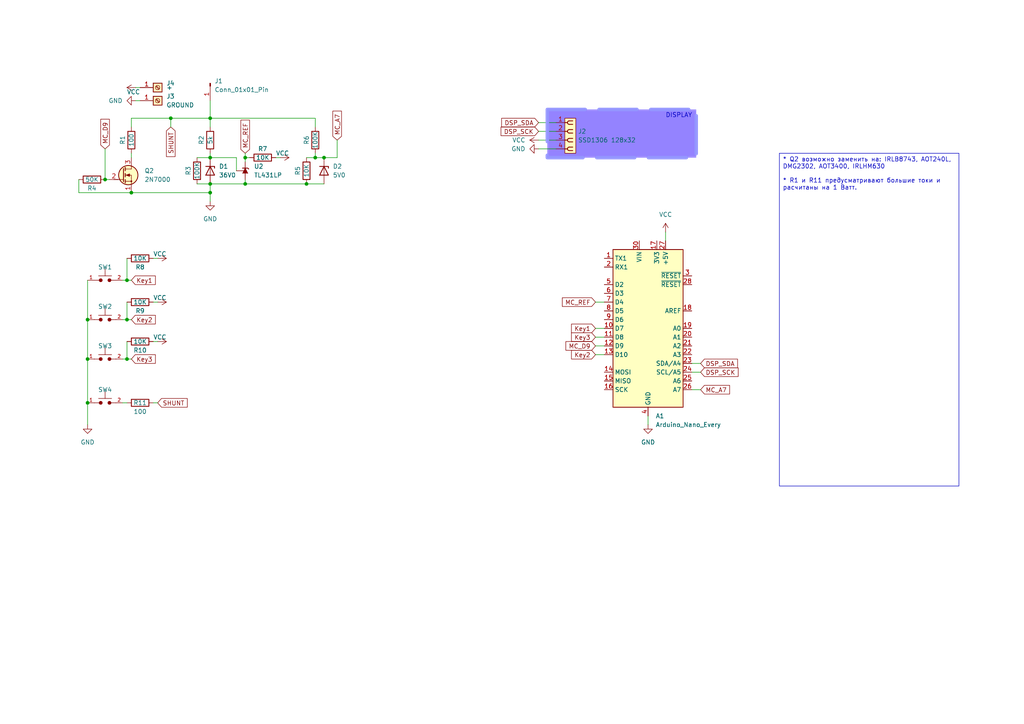
<source format=kicad_sch>
(kicad_sch (version 20230121) (generator eeschema)
  (paper "A4")
  (title_block (title "Car control tool") (company "@svdpfaf"))
  (lib_symbols
    (symbol "Connector:Conn_01x01_Pin" (pin_names (offset 1.016) hide)
      (property "Reference" "J" (at 0 2.54 0))
      (property "Value" "Conn_01x01_Pin" (at 0 -2.54 0))
      (symbol "Conn_01x01_Pin_1_1"
        (polyline (pts (xy 1.27 0) (xy 0.8636 0)) (stroke (width 0.1524)))
        (rectangle (start 0.8636 0.127) (end 0 -0.127) (stroke (width 0.1524)) (fill (type outline)))
        (pin passive line (at 5.08 0 180) (length 3.81) (name "Pin_1") (number "1"))
      )
    )
    (symbol "Connector:Screw_Terminal_01x01" (pin_names (offset 1.016) hide)
      (property "Reference" "J" (at 0 2.54 0))
      (property "Value" "Screw_Terminal_01x01" (at 0 -2.54 0))
      (symbol "Screw_Terminal_01x01_1_1"
        (rectangle (start -1.27 1.27) (end 1.27 -1.27) (stroke (width 0.254)) (fill (type background)))
        (polyline (pts (xy -0.5334 0.3302) (xy 0.3302 -0.508)) (stroke (width 0.1524)))
        (polyline (pts (xy -0.3556 0.508) (xy 0.508 -0.3302)) (stroke (width 0.1524)))
        (circle (center 0 0) (radius 0.635) (stroke (width 0.1524)))
        (pin passive line (at -5.08 0 0) (length 3.81) (name "Pin_1") (number "1"))
      )
    )
    (symbol "Device:D_Zener" (pin_numbers hide) (pin_names (offset 1.016) hide)
      (property "Reference" "D" (at 0 2.54 0))
      (property "Value" "D_Zener" (at 0 -2.54 0))
      (symbol "D_Zener_0_1"
        (polyline (pts (xy 1.27 0) (xy -1.27 0)))
        (polyline (pts (xy -1.27 -1.27) (xy -1.27 1.27) (xy -0.762 1.27)) (stroke (width 0.254)))
        (polyline (pts (xy 1.27 -1.27) (xy 1.27 1.27) (xy -1.27 0) (xy 1.27 -1.27)) (stroke (width 0.254)))
      )
      (symbol "D_Zener_1_1"
        (pin passive line (at -3.81 0 0) (length 2.54) (name "K") (number "1"))
        (pin passive line (at 3.81 0 180) (length 2.54) (name "A") (number "2"))
      )
    )
    (symbol "Device:R" (pin_numbers hide) (pin_names (offset 0))
      (property "Reference" "R" (at 2.032 0 90))
      (property "Value" "R" (at 0 0 90))
      (symbol "R_0_1"
        (rectangle (start -1.016 -2.54) (end 1.016 2.54) (stroke (width 0.254)))
      )
      (symbol "R_1_1"
        (pin passive line (at 0 3.81 270) (length 1.27) (name "~") (number "1"))
        (pin passive line (at 0 -3.81 90) (length 1.27) (name "~") (number "2"))
      )
    )
    (symbol "MCU_Module:Arduino_Nano_Every"
      (property "Reference" "A" (at -10.16 23.495 0))
      (property "Value" "Arduino_Nano_Every" (at 5.08 -24.13 0))
      (symbol "Arduino_Nano_Every_0_1"
        (rectangle (start -10.16 22.86) (end 10.16 -22.86) (stroke (width 0.254)) (fill (type background)))
      )
      (symbol "Arduino_Nano_Every_1_1"
        (pin bidirectional line (at -12.7 20.32 0) (length 2.54) (name "TX1") (number "1"))
        (pin bidirectional line (at -12.7 0 0) (length 2.54) (name "D7") (number "10"))
        (pin bidirectional line (at -12.7 -2.54 0) (length 2.54) (name "D8") (number "11"))
        (pin bidirectional line (at -12.7 -5.08 0) (length 2.54) (name "D9") (number "12"))
        (pin bidirectional line (at -12.7 -7.62 0) (length 2.54) (name "D10") (number "13"))
        (pin bidirectional line (at -12.7 -12.7 0) (length 2.54) (name "MOSI") (number "14"))
        (pin bidirectional line (at -12.7 -15.24 0) (length 2.54) (name "MISO") (number "15"))
        (pin bidirectional line (at -12.7 -17.78 0) (length 2.54) (name "SCK") (number "16"))
        (pin power_out line (at 2.54 25.4 270) (length 2.54) (name "3V3") (number "17"))
        (pin input line (at 12.7 5.08 180) (length 2.54) (name "AREF") (number "18"))
        (pin bidirectional line (at 12.7 0 180) (length 2.54) (name "A0") (number "19"))
        (pin bidirectional line (at -12.7 17.78 0) (length 2.54) (name "RX1") (number "2"))
        (pin bidirectional line (at 12.7 -2.54 180) (length 2.54) (name "A1") (number "20"))
        (pin bidirectional line (at 12.7 -5.08 180) (length 2.54) (name "A2") (number "21"))
        (pin bidirectional line (at 12.7 -7.62 180) (length 2.54) (name "A3") (number "22"))
        (pin bidirectional line (at 12.7 -10.16 180) (length 2.54) (name "SDA/A4") (number "23"))
        (pin bidirectional line (at 12.7 -12.7 180) (length 2.54) (name "SCL/A5") (number "24"))
        (pin bidirectional line (at 12.7 -15.24 180) (length 2.54) (name "A6") (number "25"))
        (pin bidirectional line (at 12.7 -17.78 180) (length 2.54) (name "A7") (number "26"))
        (pin power_out line (at 5.08 25.4 270) (length 2.54) (name "+5V") (number "27"))
        (pin input line (at 12.7 12.7 180) (length 2.54) (name "~{RESET}") (number "28"))
        (pin passive line (at 0 -25.4 90) (length 2.54) hide (name "GND") (number "29"))
        (pin input line (at 12.7 15.24 180) (length 2.54) (name "~{RESET}") (number "3"))
        (pin power_in line (at -2.54 25.4 270) (length 2.54) (name "VIN") (number "30"))
        (pin power_in line (at 0 -25.4 90) (length 2.54) (name "GND") (number "4"))
        (pin bidirectional line (at -12.7 12.7 0) (length 2.54) (name "D2") (number "5"))
        (pin bidirectional line (at -12.7 10.16 0) (length 2.54) (name "D3") (number "6"))
        (pin bidirectional line (at -12.7 7.62 0) (length 2.54) (name "D4") (number "7"))
        (pin bidirectional line (at -12.7 5.08 0) (length 2.54) (name "D5") (number "8"))
        (pin bidirectional line (at -12.7 2.54 0) (length 2.54) (name "D6") (number "9"))
      )
    )
    (symbol "PCM_SL_Devices:Push_Button"
      (property "Reference" "SW" (at 0 6.35 0))
      (property "Value" "Push_Button" (at 0 4.445 0))
      (symbol "Push_Button_0_1"
        (circle (center -1.27 0) (radius 0.4579) (fill (type outline)))
        (polyline (pts (xy -3.175 0) (xy -1.778 0)))
        (polyline (pts (xy -1.905 1.27) (xy 1.905 1.27)))
        (polyline (pts (xy 0 1.27) (xy 0 3.175)))
        (polyline (pts (xy 1.778 0) (xy 3.175 0)))
        (circle (center 1.27 0) (radius 0.4579) (fill (type outline)))
      )
      (symbol "Push_Button_1_1"
        (pin passive line (at -5.08 0 0) (length 2) (name "") (number "1"))
        (pin passive line (at 5.08 0 180) (length 2) (name "") (number "2"))
      )
    )
    (symbol "PCM_SL_Pin_Headers:PINHD_1x4_Female"
      (property "Reference" "J" (at 0 10.16 0))
      (property "Value" "PINHD_1x4_Female" (at 0 7.62 0))
      (symbol "PINHD_1x4_Female_0_1"
        (rectangle (start -1.27 5.08) (end 1.905 -5.08) (fill (type background)))
        (arc (start -0.508 -3.81) (mid -0.3592 -4.1692) (end 0 -4.318) (stroke (width 0.25)))
        (arc (start -0.508 -1.27) (mid -0.3592 -1.6292) (end 0 -1.778) (stroke (width 0.25)))
        (arc (start -0.508 1.27) (mid -0.3592 0.9108) (end 0 0.762) (stroke (width 0.25)))
        (arc (start -0.508 3.81) (mid -0.3592 3.4508) (end 0 3.302) (stroke (width 0.25)))
        (arc (start 0 -3.302) (mid -0.3592 -3.4508) (end -0.508 -3.81) (stroke (width 0.25)))
        (arc (start 0 -0.762) (mid -0.3592 -0.9108) (end -0.508 -1.27) (stroke (width 0.25)))
        (polyline (pts (xy -1.27 -3.81) (xy -0.508 -3.81)) (stroke (width 0.25)))
        (polyline (pts (xy -1.27 -1.27) (xy -0.508 -1.27)) (stroke (width 0.25)))
        (polyline (pts (xy -1.27 1.27) (xy -0.508 1.27)) (stroke (width 0.25)))
        (polyline (pts (xy -1.27 3.81) (xy -0.508 3.81)) (stroke (width 0.25)))
        (polyline (pts (xy 0 -4.318) (xy 1.016 -4.318)) (stroke (width 0.25)))
        (polyline (pts (xy 0 -3.302) (xy 1.016 -3.302)) (stroke (width 0.25)))
        (polyline (pts (xy 0 -1.778) (xy 1.016 -1.778)) (stroke (width 0.25)))
        (polyline (pts (xy 0 -0.762) (xy 1.016 -0.762)) (stroke (width 0.25)))
        (polyline (pts (xy 0 0.762) (xy 1.016 0.762)) (stroke (width 0.25)))
        (polyline (pts (xy 0 1.778) (xy 1.016 1.778)) (stroke (width 0.25)))
        (polyline (pts (xy 0 3.302) (xy 1.016 3.302)) (stroke (width 0.25)))
        (polyline (pts (xy 0 4.318) (xy 1.016 4.318)) (stroke (width 0.25)))
        (arc (start 0 1.778) (mid -0.3592 1.6292) (end -0.508 1.27) (stroke (width 0.25)))
        (arc (start 0 4.318) (mid -0.3592 4.1692) (end -0.508 3.81) (stroke (width 0.25)))
      )
      (symbol "PINHD_1x4_Female_1_1"
        (pin passive line (at -3.81 3.81 0) (length 2.54) (name "") (number "1"))
        (pin passive line (at -3.81 1.27 0) (length 2.54) (name "") (number "2"))
        (pin passive line (at -3.81 -1.27 0) (length 2.54) (name "") (number "3"))
        (pin passive line (at -3.81 -3.81 0) (length 2.54) (name "") (number "4"))
      )
    )
    (symbol "PCM_Transistor_MOSFET_AKL:2N7000" (pin_names hide)
      (property "Reference" "Q" (at 5.08 1.27 0))
      (property "Value" "2N7000" (at 5.08 -1.27 0))
      (symbol "2N7000_0_1"
        (polyline (pts (xy 0.254 -1.27) (xy -2.54 -1.27)))
        (polyline (pts (xy 0.254 1.905) (xy 0.254 -1.905)) (stroke (width 0.254)))
        (polyline (pts (xy 0.762 -1.778) (xy 2.54 -1.778)))
        (polyline (pts (xy 0.762 -1.27) (xy 0.762 -2.286)) (stroke (width 0.254)))
        (polyline (pts (xy 0.762 0.508) (xy 0.762 -0.508)) (stroke (width 0.254)))
        (polyline (pts (xy 0.762 2.286) (xy 0.762 1.27)) (stroke (width 0.254)))
        (polyline (pts (xy 2.54 1.778) (xy 0.762 1.778)))
        (polyline (pts (xy 2.54 2.54) (xy 2.54 1.778)))
        (polyline (pts (xy 2.54 -2.54) (xy 2.54 0) (xy 0.762 0)))
        (polyline (pts (xy 1.016 0) (xy 2.032 0.381) (xy 2.032 -0.381) (xy 1.016 0)) (fill (type outline)))
        (circle (center 1.651 0) (radius 2.794) (stroke (width 0.254)) (fill (type background)))
        (circle (center 2.54 -1.778) (radius 0.1778) (fill (type outline)))
      )
      (symbol "2N7000_1_1"
        (pin passive line (at 2.54 -5.08 90) (length 2.54) (name "S") (number "1"))
        (pin input line (at -3.81 -1.27 0) (length 2.54) (name "G") (number "2"))
        (pin passive line (at 2.54 5.08 270) (length 2.54) (name "D") (number "3"))
      )
    )
    (symbol "Reference_Voltage:TL431LP" (pin_numbers hide) (pin_names hide)
      (property "Reference" "U" (at -2.54 2.54 0))
      (property "Value" "TL431LP" (at 0 -2.54 0))
      (symbol "TL431LP_0_1"
        (polyline (pts (xy -1.27 0) (xy 0 0) (xy 1.27 0)))
        (polyline (pts (xy -0.762 0.762) (xy 0.762 0) (xy -0.762 -0.762)) (fill (type outline)))
        (polyline (pts (xy 0.508 -1.016) (xy 0.762 -0.762) (xy 0.762 0.762) (xy 0.762 0.762)) (stroke (width 0.254)))
      )
      (symbol "TL431LP_1_1"
        (pin passive line (at 0 2.54 270) (length 2.54) (name "REF") (number "1"))
        (pin passive line (at -2.54 0 0) (length 2.54) (name "A") (number "2"))
        (pin passive line (at 2.54 0 180) (length 2.54) (name "K") (number "3"))
      )
    )
    (symbol "power:GND" (power) (pin_names (offset 0))
      (property "Value" "GND" (at 0 -3.81 0))
      (symbol "GND_0_1"
        (polyline (pts (xy 0 0) (xy 0 -1.27) (xy 1.27 -1.27) (xy 0 -2.54) (xy -1.27 -1.27) (xy 0 -1.27)))
      )
      (symbol "GND_1_1"
        (pin power_in line (at 0 0 270) (length 0) hide (name "GND") (number "1"))
      )
    )
    (symbol "power:VCC" (power) (pin_names (offset 0))
      (property "Value" "VCC" (at 0 3.81 0))
      (symbol "VCC_0_1"
        (polyline (pts (xy -0.762 1.27) (xy 0 2.54)))
        (polyline (pts (xy 0 0) (xy 0 2.54)))
        (polyline (pts (xy 0 2.54) (xy 0.762 1.27)))
      )
      (symbol "VCC_1_1"
        (pin power_in line (at 0 0 90) (length 0) hide (name "VCC") (number "1"))
      )
    )
  )
  (junction (at 60.96 53.34))
  (junction (at 71.12 45.72))
  (junction (at 36.83 104.14))
  (junction (at 49.53 34.29))
  (junction (at 88.9 53.34))
  (junction (at 25.4 116.84))
  (junction (at 25.4 104.14))
  (junction (at 25.4 92.71))
  (junction (at 71.12 53.34))
  (junction (at 60.96 34.29))
  (junction (at 30.48 52.07))
  (junction (at 38.1 55.88))
  (junction (at 36.83 81.28))
  (junction (at 60.96 55.88))
  (junction (at 91.44 45.72))
  (junction (at 36.83 92.71))
  (junction (at 93.98 45.72))
  (junction (at 60.96 45.72))
  (wire (pts (xy 88.9 53.34) (xy 93.98 53.34)))
  (wire (pts (xy 71.12 45.72) (xy 71.12 46.99)))
  (wire (pts (xy 36.83 81.28) (xy 38.1 81.28)))
  (wire (pts (xy 91.44 44.45) (xy 91.44 45.72)))
  (wire (pts (xy 39.37 25.4) (xy 40.64 25.4)))
  (wire (pts (xy 36.83 87.63) (xy 36.83 92.71)))
  (wire (pts (xy 60.96 44.45) (xy 60.96 45.72)))
  (wire (pts (xy 93.98 45.72) (xy 97.79 45.72)))
  (wire (pts (xy 35.56 81.28) (xy 36.83 81.28)))
  (wire (pts (xy 71.12 44.45) (xy 71.12 45.72)))
  (wire (pts (xy 60.96 53.34) (xy 71.12 53.34)))
  (wire (pts (xy 44.45 99.06) (xy 45.72 99.06)))
  (wire (pts (xy 172.72 87.63) (xy 175.26 87.63)))
  (wire (pts (xy 44.45 116.84) (xy 45.72 116.84)))
  (wire (pts (xy 44.45 74.93) (xy 45.72 74.93)))
  (wire (pts (xy 156.21 40.64) (xy 161.29 40.64)))
  (wire (pts (xy 172.72 97.79) (xy 175.26 97.79)))
  (wire (pts (xy 30.48 43.18) (xy 30.48 52.07)))
  (wire (pts (xy 60.96 34.29) (xy 60.96 36.83)))
  (wire (pts (xy 35.56 92.71) (xy 36.83 92.71)))
  (wire (pts (xy 49.53 34.29) (xy 60.96 34.29)))
  (wire (pts (xy 91.44 45.72) (xy 93.98 45.72)))
  (wire (pts (xy 39.37 29.21) (xy 40.64 29.21)))
  (wire (pts (xy 91.44 36.83) (xy 91.44 34.29)))
  (wire (pts (xy 71.12 53.34) (xy 88.9 53.34)))
  (wire (pts (xy 22.86 55.88) (xy 38.1 55.88)))
  (wire (pts (xy 88.9 45.72) (xy 91.44 45.72)))
  (wire (pts (xy 49.53 34.29) (xy 49.53 36.83)))
  (wire (pts (xy 60.96 55.88) (xy 60.96 58.42)))
  (wire (pts (xy 156.21 35.56) (xy 161.29 35.56)))
  (wire (pts (xy 68.58 49.53) (xy 68.58 45.72)))
  (wire (pts (xy 38.1 44.45) (xy 38.1 45.72)))
  (wire (pts (xy 38.1 36.83) (xy 38.1 34.29)))
  (wire (pts (xy 38.1 55.88) (xy 60.96 55.88)))
  (wire (pts (xy 71.12 45.72) (xy 72.39 45.72)))
  (wire (pts (xy 35.56 104.14) (xy 36.83 104.14)))
  (wire (pts (xy 35.56 116.84) (xy 36.83 116.84)))
  (wire (pts (xy 36.83 74.93) (xy 36.83 81.28)))
  (wire (pts (xy 172.72 100.33) (xy 175.26 100.33)))
  (wire (pts (xy 200.66 113.03) (xy 203.2 113.03)))
  (wire (pts (xy 25.4 104.14) (xy 25.4 116.84)))
  (wire (pts (xy 172.72 95.25) (xy 175.26 95.25)))
  (wire (pts (xy 36.83 99.06) (xy 36.83 104.14)))
  (wire (pts (xy 30.48 52.07) (xy 31.75 52.07)))
  (wire (pts (xy 38.1 34.29) (xy 49.53 34.29)))
  (wire (pts (xy 71.12 52.07) (xy 71.12 53.34)))
  (wire (pts (xy 60.96 45.72) (xy 68.58 45.72)))
  (wire (pts (xy 91.44 34.29) (xy 60.96 34.29)))
  (wire (pts (xy 25.4 92.71) (xy 25.4 104.14)))
  (wire (pts (xy 97.79 40.64) (xy 97.79 45.72)))
  (wire (pts (xy 156.21 43.18) (xy 161.29 43.18)))
  (wire (pts (xy 172.72 102.87) (xy 175.26 102.87)))
  (wire (pts (xy 57.15 53.34) (xy 60.96 53.34)))
  (wire (pts (xy 187.96 120.65) (xy 187.96 123.19)))
  (wire (pts (xy 22.86 52.07) (xy 22.86 55.88)))
  (wire (pts (xy 36.83 104.14) (xy 38.1 104.14)))
  (wire (pts (xy 200.66 105.41) (xy 203.2 105.41)))
  (wire (pts (xy 200.66 107.95) (xy 203.2 107.95)))
  (wire (pts (xy 36.83 92.71) (xy 38.1 92.71)))
  (wire (pts (xy 57.15 45.72) (xy 60.96 45.72)))
  (wire (pts (xy 25.4 116.84) (xy 25.4 123.19)))
  (wire (pts (xy 60.96 53.34) (xy 60.96 55.88)))
  (wire (pts (xy 44.45 87.63) (xy 45.72 87.63)))
  (wire (pts (xy 193.04 67.31) (xy 193.04 69.85)))
  (wire (pts (xy 156.21 38.1) (xy 161.29 38.1)))
  (wire (pts (xy 60.96 29.21) (xy 60.96 34.29)))
  (wire (pts (xy 25.4 81.28) (xy 25.4 92.71)))
  (wire (pts (xy 80.01 45.72) (xy 81.28 45.72)))
  (rectangle (start 158.75 31.75) (end 201.93 45.72) (stroke (width 1) (type dash) (color 148 150 255 1)) (fill (type color) (color 148 131 255 1)))
  (text_box "* Q2 возможно заменить на: IRLB8743, AOT240L, DMG2302, AOT3400, IRLHM630\n\n* R1 и R11 предусматривают большие токи и расчитаны на 1 Ватт.\n\n" (at 226.06 44.45 0) (size 52.07 96.52) (effects (font (size 1.27 1.27)) (justify left top)))
  (text "DISPLAY" (at 193.04 34.29 0) (effects (font (size 1.27 1.27)) (justify left bottom)))
  (global_label "Key1" (shape input) (at 38.1 81.28 0) (property "Intersheetrefs" "${INTERSHEET_REFS}" (effects hide)))
  (global_label "MC_REF" (shape input) (at 71.12 44.45 90) (property "Intersheetrefs" "${INTERSHEET_REFS}" (effects hide)))
  (global_label "MC_A7" (shape input) (at 203.2 113.03 0) (property "Intersheetrefs" "${INTERSHEET_REFS}" (effects hide)))
  (global_label "DSP_SCK" (shape input) (at 203.2 107.95 0) (property "Intersheetrefs" "${INTERSHEET_REFS}" (effects hide)))
  (global_label "SHUNT" (shape input) (at 45.72 116.84 0) (property "Intersheetrefs" "${INTERSHEET_REFS}" (effects hide)))
  (global_label "Key2" (shape input) (at 38.1 92.71 0) (property "Intersheetrefs" "${INTERSHEET_REFS}" (effects hide)))
  (global_label "Key3" (shape input) (at 38.1 104.14 0) (property "Intersheetrefs" "${INTERSHEET_REFS}" (effects hide)))
  (global_label "MC_REF" (shape input) (at 172.72 87.63 180) (property "Intersheetrefs" "${INTERSHEET_REFS}" (effects hide)))
  (global_label "MC_D9" (shape input) (at 30.48 43.18 90) (property "Intersheetrefs" "${INTERSHEET_REFS}" (effects hide)))
  (global_label "DSP_SDA" (shape input) (at 203.2 105.41 0) (property "Intersheetrefs" "${INTERSHEET_REFS}" (effects hide)))
  (global_label "MC_D9" (shape input) (at 172.72 100.33 180) (property "Intersheetrefs" "${INTERSHEET_REFS}" (effects hide)))
  (global_label "Key3" (shape input) (at 172.72 97.79 180) (property "Intersheetrefs" "${INTERSHEET_REFS}" (effects hide)))
  (global_label "MC_A7" (shape input) (at 97.79 40.64 90) (property "Intersheetrefs" "${INTERSHEET_REFS}" (effects hide)))
  (global_label "Key2" (shape input) (at 172.72 102.87 180) (property "Intersheetrefs" "${INTERSHEET_REFS}" (effects hide)))
  (global_label "DSP_SCK" (shape input) (at 156.21 38.1 180) (property "Intersheetrefs" "${INTERSHEET_REFS}" (effects hide)))
  (global_label "DSP_SDA" (shape input) (at 156.21 35.56 180) (property "Intersheetrefs" "${INTERSHEET_REFS}" (effects hide)))
  (global_label "Key1" (shape input) (at 172.72 95.25 180) (property "Intersheetrefs" "${INTERSHEET_REFS}" (effects hide)))
  (global_label "SHUNT" (shape input) (at 49.53 36.83 270) (property "Intersheetrefs" "${INTERSHEET_REFS}" (effects hide)))
  (symbol (lib_id "PCM_SL_Pin_Headers:PINHD_1x4_Female") (at 165.1 39.37 0) (unit 1)
    (property "Reference" "J2" (at 167.64 38.1 0) (effects (justify left)))
    (property "Value" "SSD1306 128x32" (at 167.64 40.64 0) (effects (justify left)))
    (property "Footprint" "Connector_PinSocket_2.54mm:PinSocket_1x04_P2.54mm_Vertical" (effects hide))
  )
  (symbol (lib_id "power:GND") (at 187.96 123.19 0) (unit 1)
    (property "Reference" "#PWR05" (effects hide))
    (property "Value" "GND" (at 187.96 128.27 0))
  )
  (symbol (lib_id "power:VCC") (at 45.72 87.63 270) (unit 1)
    (property "Reference" "#PWR09" (effects hide))
    (property "Value" "VCC" (at 44.45 86.36 90) (effects (justify left)))
  )
  (symbol (lib_id "Device:D_Zener") (at 93.98 49.53 270) (unit 1)
    (property "Reference" "D2" (at 96.52 48.26 90) (effects (justify left)))
    (property "Value" "5V0" (at 96.52 50.8 90) (effects (justify left)))
    (property "Footprint" "Diode_THT:D_5W_P10.16mm_Horizontal" (effects hide))
  )
  (symbol (lib_id "power:GND") (at 25.4 123.19 0) (unit 1)
    (property "Reference" "#PWR07" (effects hide))
    (property "Value" "GND" (at 25.4 128.27 0))
  )
  (symbol (lib_id "power:GND") (at 39.37 29.21 270) (unit 1)
    (property "Reference" "#PWR011" (effects hide))
    (property "Value" "GND" (at 35.56 29.21 90) (effects (justify right)))
  )
  (symbol (lib_id "Device:R") (at 38.1 40.64 180) (unit 1)
    (property "Reference" "R1" (at 35.56 40.64 90))
    (property "Value" "100" (at 38.1 40.64 90))
    (property "Footprint" "Resistor_SMD:R_2512_6332Metric" (effects hide))
  )
  (symbol (lib_id "Device:R") (at 26.67 52.07 270) (unit 1)
    (property "Reference" "R4" (at 26.67 54.61 90))
    (property "Value" "50K" (at 26.67 52.07 90))
    (property "Footprint" "Resistor_SMD:R_0805_2012Metric" (effects hide))
  )
  (symbol (lib_id "Device:R") (at 40.64 116.84 90) (unit 1)
    (property "Reference" "R11" (at 40.64 116.84 90))
    (property "Value" "100" (at 40.64 119.38 90))
    (property "Footprint" "Resistor_SMD:R_2512_6332Metric" (effects hide))
  )
  (symbol (lib_id "Connector:Screw_Terminal_01x01") (at 45.72 29.21 0) (unit 1)
    (property "Reference" "J3" (at 48.26 27.94 0) (effects (justify left)))
    (property "Value" "GROUND" (at 48.26 30.48 0) (effects (justify left)))
    (property "Footprint" "Connector_Pin:Pin_D1.0mm_L10.0mm" (effects hide))
  )
  (symbol (lib_id "Device:R") (at 40.64 87.63 270) (unit 1)
    (property "Reference" "R9" (at 40.64 90.17 90))
    (property "Value" "10K" (at 40.64 87.63 90))
    (property "Footprint" "Resistor_SMD:R_0805_2012Metric" (effects hide))
  )
  (symbol (lib_id "power:VCC") (at 156.21 40.64 90) (unit 1)
    (property "Reference" "#PWR03" (effects hide))
    (property "Value" "VCC" (at 152.4 40.64 90) (effects (justify left)))
  )
  (symbol (lib_id "power:GND") (at 60.96 58.42 0) (unit 1)
    (property "Reference" "#PWR01" (effects hide))
    (property "Value" "GND" (at 60.96 63.5 0))
  )
  (symbol (lib_id "power:VCC") (at 193.04 67.31 0) (unit 1)
    (property "Reference" "#PWR04" (effects hide))
    (property "Value" "VCC" (at 193.04 62.23 0))
  )
  (symbol (lib_id "power:VCC") (at 81.28 45.72 270) (unit 1)
    (property "Reference" "#PWR06" (effects hide))
    (property "Value" "VCC" (at 80.01 44.45 90) (effects (justify left)))
  )
  (symbol (lib_id "PCM_SL_Devices:Push_Button") (at 30.48 116.84 0) (unit 1)
    (property "Reference" "SW4" (at 30.48 113.03 0))
    (property "Value" "Push_Button" (effects hide))
    (property "Footprint" "Button_Switch_THT:SW_Tactile_SKHH_Angled" (effects hide))
  )
  (symbol (lib_id "Device:R") (at 40.64 74.93 270) (unit 1)
    (property "Reference" "R8" (at 40.64 77.47 90))
    (property "Value" "10K" (at 40.64 74.93 90))
    (property "Footprint" "Resistor_SMD:R_0805_2012Metric" (effects hide))
  )
  (symbol (lib_id "power:VCC") (at 45.72 74.93 270) (unit 1)
    (property "Reference" "#PWR08" (effects hide))
    (property "Value" "VCC" (at 44.45 73.66 90) (effects (justify left)))
  )
  (symbol (lib_id "Device:R") (at 40.64 99.06 270) (unit 1)
    (property "Reference" "R10" (at 40.64 101.6 90))
    (property "Value" "10K" (at 40.64 99.06 90))
    (property "Footprint" "Resistor_SMD:R_0805_2012Metric" (effects hide))
  )
  (symbol (lib_id "power:VCC") (at 45.72 99.06 270) (unit 1)
    (property "Reference" "#PWR010" (effects hide))
    (property "Value" "VCC" (at 44.45 97.79 90) (effects (justify left)))
  )
  (symbol (lib_id "Device:R") (at 91.44 40.64 180) (unit 1)
    (property "Reference" "R6" (at 88.9 40.64 90))
    (property "Value" "100K" (at 91.44 40.64 90))
    (property "Footprint" "Resistor_SMD:R_0805_2012Metric" (effects hide))
  )
  (symbol (lib_id "Device:D_Zener") (at 60.96 49.53 270) (unit 1)
    (property "Reference" "D1" (at 63.5 48.26 90) (effects (justify left)))
    (property "Value" "36V0" (at 63.5 50.8 90) (effects (justify left)))
    (property "Footprint" "Diode_THT:D_5W_P10.16mm_Horizontal" (effects hide))
  )
  (symbol (lib_id "PCM_SL_Devices:Push_Button") (at 30.48 104.14 0) (unit 1)
    (property "Reference" "SW3" (at 30.48 100.33 0))
    (property "Value" "Push_Button" (effects hide))
    (property "Footprint" "Button_Switch_THT:SW_Tactile_SKHH_Angled" (effects hide))
  )
  (symbol (lib_id "power:GND") (at 156.21 43.18 270) (unit 1)
    (property "Reference" "#PWR02" (effects hide))
    (property "Value" "GND" (at 152.4 43.18 90) (effects (justify right)))
  )
  (symbol (lib_id "Device:R") (at 57.15 49.53 180) (unit 1)
    (property "Reference" "R3" (at 54.61 49.53 90))
    (property "Value" "100K" (at 57.15 49.53 90))
    (property "Footprint" "Resistor_SMD:R_0805_2012Metric" (effects hide))
  )
  (symbol (lib_id "Connector:Screw_Terminal_01x01") (at 45.72 25.4 0) (unit 1)
    (property "Reference" "J4" (at 48.26 24.13 0) (effects (justify left)))
    (property "Value" "+" (at 48.26 25.4 0) (effects (justify left)))
    (property "Footprint" "Connector_Pin:Pin_D1.0mm_L10.0mm" (effects hide))
  )
  (symbol (lib_id "PCM_Transistor_MOSFET_AKL:2N7000") (at 35.56 50.8 0) (unit 1)
    (property "Reference" "Q2" (at 41.91 49.53 0) (effects (justify left)))
    (property "Value" "2N7000" (at 41.91 52.07 0) (effects (justify left)))
    (property "Footprint" "Package_TO_SOT_SMD:SOT-23" (effects hide))
    (property "Datasheet" "https://www.tme.eu/Document/7df5cae36abdfcedddb681f5be886f05/2N7000.pdf" (effects hide))
  )
  (symbol (lib_id "power:VCC") (at 39.37 25.4 90) (unit 1)
    (property "Reference" "#PWR012" (effects hide))
    (property "Value" "VCC" (at 40.64 26.67 90) (effects (justify left)))
  )
  (symbol (lib_id "PCM_SL_Devices:Push_Button") (at 30.48 81.28 0) (unit 1)
    (property "Reference" "SW1" (at 30.48 77.47 0))
    (property "Value" "Push_Button" (effects hide))
    (property "Footprint" "Button_Switch_THT:SW_Tactile_SKHH_Angled" (effects hide))
  )
  (symbol (lib_id "Reference_Voltage:TL431LP") (at 71.12 49.53 90) (unit 1)
    (property "Reference" "U2" (at 73.66 48.26 90) (effects (justify right)))
    (property "Value" "TL431LP" (at 73.66 50.8 90) (effects (justify right)))
    (property "Footprint" "Package_TO_SOT_THT:TO-92_Inline" (effects hide))
    (property "Datasheet" "http://www.ti.com/lit/ds/symlink/tl431.pdf" (effects hide))
  )
  (symbol (lib_id "Device:R") (at 88.9 49.53 180) (unit 1)
    (property "Reference" "R5" (at 86.36 49.53 90))
    (property "Value" "10K" (at 88.9 49.53 90))
    (property "Footprint" "Resistor_SMD:R_0805_2012Metric" (effects hide))
  )
  (symbol (lib_id "Connector:Conn_01x01_Pin") (at 60.96 24.13 270) (unit 1)
    (property "Reference" "J1" (at 62.23 23.495 90) (effects (justify left)))
    (property "Value" "Conn_01x01_Pin" (at 62.23 26.035 90) (effects (justify left)))
    (property "Footprint" "Connector_PinSocket_2.54mm:PinSocket_1x01_P2.54mm_Horizontal" (effects hide))
  )
  (symbol (lib_id "Device:R") (at 76.2 45.72 270) (unit 1)
    (property "Reference" "R7" (at 76.2 43.18 90))
    (property "Value" "10K" (at 76.2 45.72 90))
    (property "Footprint" "Resistor_SMD:R_0805_2012Metric" (effects hide))
  )
  (symbol (lib_id "MCU_Module:Arduino_Nano_Every") (at 187.96 95.25 0) (unit 1)
    (property "Reference" "A1" (at 190.1541 120.65 0) (effects (justify left)))
    (property "Value" "Arduino_Nano_Every" (at 190.1541 123.19 0) (effects (justify left)))
    (property "Footprint" "Module:Arduino_Nano" (effects hide))
    (property "Datasheet" "https://content.arduino.cc/assets/NANOEveryV3.0_sch.pdf" (effects hide))
  )
  (symbol (lib_id "Device:R") (at 60.96 40.64 180) (unit 1)
    (property "Reference" "R2" (at 58.42 40.64 90))
    (property "Value" "5k" (at 60.96 40.64 90))
    (property "Footprint" "Resistor_SMD:R_0805_2012Metric" (effects hide))
  )
  (symbol (lib_id "PCM_SL_Devices:Push_Button") (at 30.48 92.71 0) (unit 1)
    (property "Reference" "SW2" (at 30.48 88.9 0))
    (property "Value" "Push_Button" (effects hide))
    (property "Footprint" "Button_Switch_THT:SW_Tactile_SKHH_Angled" (effects hide))
  )
)
</source>
